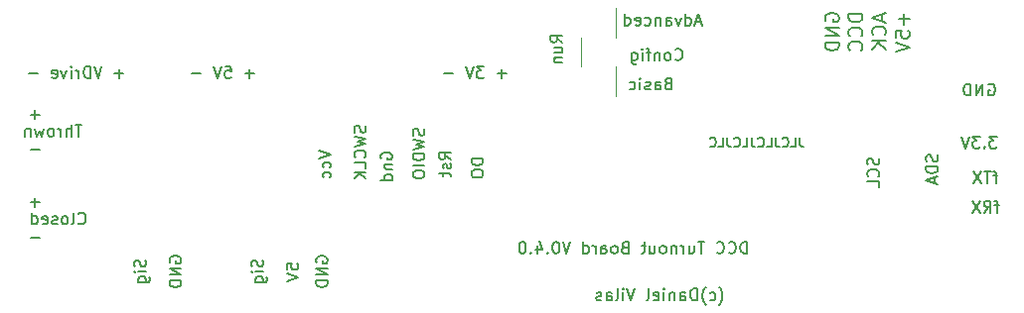
<source format=gbr>
G04 #@! TF.GenerationSoftware,KiCad,Pcbnew,5.1.10-88a1d61d58~90~ubuntu21.04.1*
G04 #@! TF.CreationDate,2021-09-07T11:54:35+02:00*
G04 #@! TF.ProjectId,DccDecoder,44636344-6563-46f6-9465-722e6b696361,rev?*
G04 #@! TF.SameCoordinates,Original*
G04 #@! TF.FileFunction,Legend,Bot*
G04 #@! TF.FilePolarity,Positive*
%FSLAX46Y46*%
G04 Gerber Fmt 4.6, Leading zero omitted, Abs format (unit mm)*
G04 Created by KiCad (PCBNEW 5.1.10-88a1d61d58~90~ubuntu21.04.1) date 2021-09-07 11:54:35*
%MOMM*%
%LPD*%
G01*
G04 APERTURE LIST*
%ADD10C,0.150000*%
%ADD11C,0.120000*%
%ADD12C,0.200000*%
%ADD13O,1.700000X1.700000*%
%ADD14R,1.700000X1.700000*%
%ADD15C,4.700000*%
%ADD16C,2.000000*%
%ADD17R,2.400000X2.400000*%
%ADD18C,2.400000*%
%ADD19O,1.700000X1.950000*%
G04 APERTURE END LIST*
D10*
X94190476Y-62952380D02*
X94190476Y-61952380D01*
X93952380Y-61952380D01*
X93809523Y-62000000D01*
X93714285Y-62095238D01*
X93666666Y-62190476D01*
X93619047Y-62380952D01*
X93619047Y-62523809D01*
X93666666Y-62714285D01*
X93714285Y-62809523D01*
X93809523Y-62904761D01*
X93952380Y-62952380D01*
X94190476Y-62952380D01*
X92619047Y-62857142D02*
X92666666Y-62904761D01*
X92809523Y-62952380D01*
X92904761Y-62952380D01*
X93047619Y-62904761D01*
X93142857Y-62809523D01*
X93190476Y-62714285D01*
X93238095Y-62523809D01*
X93238095Y-62380952D01*
X93190476Y-62190476D01*
X93142857Y-62095238D01*
X93047619Y-62000000D01*
X92904761Y-61952380D01*
X92809523Y-61952380D01*
X92666666Y-62000000D01*
X92619047Y-62047619D01*
X91619047Y-62857142D02*
X91666666Y-62904761D01*
X91809523Y-62952380D01*
X91904761Y-62952380D01*
X92047619Y-62904761D01*
X92142857Y-62809523D01*
X92190476Y-62714285D01*
X92238095Y-62523809D01*
X92238095Y-62380952D01*
X92190476Y-62190476D01*
X92142857Y-62095238D01*
X92047619Y-62000000D01*
X91904761Y-61952380D01*
X91809523Y-61952380D01*
X91666666Y-62000000D01*
X91619047Y-62047619D01*
X90571428Y-61952380D02*
X90000000Y-61952380D01*
X90285714Y-62952380D02*
X90285714Y-61952380D01*
X89238095Y-62285714D02*
X89238095Y-62952380D01*
X89666666Y-62285714D02*
X89666666Y-62809523D01*
X89619047Y-62904761D01*
X89523809Y-62952380D01*
X89380952Y-62952380D01*
X89285714Y-62904761D01*
X89238095Y-62857142D01*
X88761904Y-62952380D02*
X88761904Y-62285714D01*
X88761904Y-62476190D02*
X88714285Y-62380952D01*
X88666666Y-62333333D01*
X88571428Y-62285714D01*
X88476190Y-62285714D01*
X88142857Y-62285714D02*
X88142857Y-62952380D01*
X88142857Y-62380952D02*
X88095238Y-62333333D01*
X88000000Y-62285714D01*
X87857142Y-62285714D01*
X87761904Y-62333333D01*
X87714285Y-62428571D01*
X87714285Y-62952380D01*
X87095238Y-62952380D02*
X87190476Y-62904761D01*
X87238095Y-62857142D01*
X87285714Y-62761904D01*
X87285714Y-62476190D01*
X87238095Y-62380952D01*
X87190476Y-62333333D01*
X87095238Y-62285714D01*
X86952380Y-62285714D01*
X86857142Y-62333333D01*
X86809523Y-62380952D01*
X86761904Y-62476190D01*
X86761904Y-62761904D01*
X86809523Y-62857142D01*
X86857142Y-62904761D01*
X86952380Y-62952380D01*
X87095238Y-62952380D01*
X85904761Y-62285714D02*
X85904761Y-62952380D01*
X86333333Y-62285714D02*
X86333333Y-62809523D01*
X86285714Y-62904761D01*
X86190476Y-62952380D01*
X86047619Y-62952380D01*
X85952380Y-62904761D01*
X85904761Y-62857142D01*
X85571428Y-62285714D02*
X85190476Y-62285714D01*
X85428571Y-61952380D02*
X85428571Y-62809523D01*
X85380952Y-62904761D01*
X85285714Y-62952380D01*
X85190476Y-62952380D01*
X83761904Y-62428571D02*
X83619047Y-62476190D01*
X83571428Y-62523809D01*
X83523809Y-62619047D01*
X83523809Y-62761904D01*
X83571428Y-62857142D01*
X83619047Y-62904761D01*
X83714285Y-62952380D01*
X84095238Y-62952380D01*
X84095238Y-61952380D01*
X83761904Y-61952380D01*
X83666666Y-62000000D01*
X83619047Y-62047619D01*
X83571428Y-62142857D01*
X83571428Y-62238095D01*
X83619047Y-62333333D01*
X83666666Y-62380952D01*
X83761904Y-62428571D01*
X84095238Y-62428571D01*
X82952380Y-62952380D02*
X83047619Y-62904761D01*
X83095238Y-62857142D01*
X83142857Y-62761904D01*
X83142857Y-62476190D01*
X83095238Y-62380952D01*
X83047619Y-62333333D01*
X82952380Y-62285714D01*
X82809523Y-62285714D01*
X82714285Y-62333333D01*
X82666666Y-62380952D01*
X82619047Y-62476190D01*
X82619047Y-62761904D01*
X82666666Y-62857142D01*
X82714285Y-62904761D01*
X82809523Y-62952380D01*
X82952380Y-62952380D01*
X81761904Y-62952380D02*
X81761904Y-62428571D01*
X81809523Y-62333333D01*
X81904761Y-62285714D01*
X82095238Y-62285714D01*
X82190476Y-62333333D01*
X81761904Y-62904761D02*
X81857142Y-62952380D01*
X82095238Y-62952380D01*
X82190476Y-62904761D01*
X82238095Y-62809523D01*
X82238095Y-62714285D01*
X82190476Y-62619047D01*
X82095238Y-62571428D01*
X81857142Y-62571428D01*
X81761904Y-62523809D01*
X81285714Y-62952380D02*
X81285714Y-62285714D01*
X81285714Y-62476190D02*
X81238095Y-62380952D01*
X81190476Y-62333333D01*
X81095238Y-62285714D01*
X81000000Y-62285714D01*
X80238095Y-62952380D02*
X80238095Y-61952380D01*
X80238095Y-62904761D02*
X80333333Y-62952380D01*
X80523809Y-62952380D01*
X80619047Y-62904761D01*
X80666666Y-62857142D01*
X80714285Y-62761904D01*
X80714285Y-62476190D01*
X80666666Y-62380952D01*
X80619047Y-62333333D01*
X80523809Y-62285714D01*
X80333333Y-62285714D01*
X80238095Y-62333333D01*
X79142857Y-61952380D02*
X78809523Y-62952380D01*
X78476190Y-61952380D01*
X77952380Y-61952380D02*
X77857142Y-61952380D01*
X77761904Y-62000000D01*
X77714285Y-62047619D01*
X77666666Y-62142857D01*
X77619047Y-62333333D01*
X77619047Y-62571428D01*
X77666666Y-62761904D01*
X77714285Y-62857142D01*
X77761904Y-62904761D01*
X77857142Y-62952380D01*
X77952380Y-62952380D01*
X78047619Y-62904761D01*
X78095238Y-62857142D01*
X78142857Y-62761904D01*
X78190476Y-62571428D01*
X78190476Y-62333333D01*
X78142857Y-62142857D01*
X78095238Y-62047619D01*
X78047619Y-62000000D01*
X77952380Y-61952380D01*
X77190476Y-62857142D02*
X77142857Y-62904761D01*
X77190476Y-62952380D01*
X77238095Y-62904761D01*
X77190476Y-62857142D01*
X77190476Y-62952380D01*
X76285714Y-62285714D02*
X76285714Y-62952380D01*
X76523809Y-61904761D02*
X76761904Y-62619047D01*
X76142857Y-62619047D01*
X75761904Y-62857142D02*
X75714285Y-62904761D01*
X75761904Y-62952380D01*
X75809523Y-62904761D01*
X75761904Y-62857142D01*
X75761904Y-62952380D01*
X75095238Y-61952380D02*
X75000000Y-61952380D01*
X74904761Y-62000000D01*
X74857142Y-62047619D01*
X74809523Y-62142857D01*
X74761904Y-62333333D01*
X74761904Y-62571428D01*
X74809523Y-62761904D01*
X74857142Y-62857142D01*
X74904761Y-62904761D01*
X75000000Y-62952380D01*
X75095238Y-62952380D01*
X75190476Y-62904761D01*
X75238095Y-62857142D01*
X75285714Y-62761904D01*
X75333333Y-62571428D01*
X75333333Y-62333333D01*
X75285714Y-62142857D01*
X75238095Y-62047619D01*
X75190476Y-62000000D01*
X75095238Y-61952380D01*
X105404761Y-54809523D02*
X105452380Y-54952380D01*
X105452380Y-55190476D01*
X105404761Y-55285714D01*
X105357142Y-55333333D01*
X105261904Y-55380952D01*
X105166666Y-55380952D01*
X105071428Y-55333333D01*
X105023809Y-55285714D01*
X104976190Y-55190476D01*
X104928571Y-55000000D01*
X104880952Y-54904761D01*
X104833333Y-54857142D01*
X104738095Y-54809523D01*
X104642857Y-54809523D01*
X104547619Y-54857142D01*
X104500000Y-54904761D01*
X104452380Y-55000000D01*
X104452380Y-55238095D01*
X104500000Y-55380952D01*
X105357142Y-56380952D02*
X105404761Y-56333333D01*
X105452380Y-56190476D01*
X105452380Y-56095238D01*
X105404761Y-55952380D01*
X105309523Y-55857142D01*
X105214285Y-55809523D01*
X105023809Y-55761904D01*
X104880952Y-55761904D01*
X104690476Y-55809523D01*
X104595238Y-55857142D01*
X104500000Y-55952380D01*
X104452380Y-56095238D01*
X104452380Y-56190476D01*
X104500000Y-56333333D01*
X104547619Y-56380952D01*
X105452380Y-57285714D02*
X105452380Y-56809523D01*
X104452380Y-56809523D01*
X110404761Y-54535714D02*
X110452380Y-54678571D01*
X110452380Y-54916666D01*
X110404761Y-55011904D01*
X110357142Y-55059523D01*
X110261904Y-55107142D01*
X110166666Y-55107142D01*
X110071428Y-55059523D01*
X110023809Y-55011904D01*
X109976190Y-54916666D01*
X109928571Y-54726190D01*
X109880952Y-54630952D01*
X109833333Y-54583333D01*
X109738095Y-54535714D01*
X109642857Y-54535714D01*
X109547619Y-54583333D01*
X109500000Y-54630952D01*
X109452380Y-54726190D01*
X109452380Y-54964285D01*
X109500000Y-55107142D01*
X110452380Y-55535714D02*
X109452380Y-55535714D01*
X109452380Y-55773809D01*
X109500000Y-55916666D01*
X109595238Y-56011904D01*
X109690476Y-56059523D01*
X109880952Y-56107142D01*
X110023809Y-56107142D01*
X110214285Y-56059523D01*
X110309523Y-56011904D01*
X110404761Y-55916666D01*
X110452380Y-55773809D01*
X110452380Y-55535714D01*
X110166666Y-56488095D02*
X110166666Y-56964285D01*
X110452380Y-56392857D02*
X109452380Y-56726190D01*
X110452380Y-57059523D01*
X71702380Y-54835595D02*
X70702380Y-54835595D01*
X70702380Y-55073690D01*
X70750000Y-55216547D01*
X70845238Y-55311785D01*
X70940476Y-55359404D01*
X71130952Y-55407023D01*
X71273809Y-55407023D01*
X71464285Y-55359404D01*
X71559523Y-55311785D01*
X71654761Y-55216547D01*
X71702380Y-55073690D01*
X71702380Y-54835595D01*
X70702380Y-56026071D02*
X70702380Y-56216547D01*
X70750000Y-56311785D01*
X70845238Y-56407023D01*
X71035714Y-56454642D01*
X71369047Y-56454642D01*
X71559523Y-56407023D01*
X71654761Y-56311785D01*
X71702380Y-56216547D01*
X71702380Y-56026071D01*
X71654761Y-55930833D01*
X71559523Y-55835595D01*
X71369047Y-55787976D01*
X71035714Y-55787976D01*
X70845238Y-55835595D01*
X70750000Y-55930833D01*
X70702380Y-56026071D01*
X61654761Y-52037976D02*
X61702380Y-52180833D01*
X61702380Y-52418928D01*
X61654761Y-52514166D01*
X61607142Y-52561785D01*
X61511904Y-52609404D01*
X61416666Y-52609404D01*
X61321428Y-52561785D01*
X61273809Y-52514166D01*
X61226190Y-52418928D01*
X61178571Y-52228452D01*
X61130952Y-52133214D01*
X61083333Y-52085595D01*
X60988095Y-52037976D01*
X60892857Y-52037976D01*
X60797619Y-52085595D01*
X60750000Y-52133214D01*
X60702380Y-52228452D01*
X60702380Y-52466547D01*
X60750000Y-52609404D01*
X60702380Y-52942738D02*
X61702380Y-53180833D01*
X60988095Y-53371309D01*
X61702380Y-53561785D01*
X60702380Y-53799880D01*
X61607142Y-54752261D02*
X61654761Y-54704642D01*
X61702380Y-54561785D01*
X61702380Y-54466547D01*
X61654761Y-54323690D01*
X61559523Y-54228452D01*
X61464285Y-54180833D01*
X61273809Y-54133214D01*
X61130952Y-54133214D01*
X60940476Y-54180833D01*
X60845238Y-54228452D01*
X60750000Y-54323690D01*
X60702380Y-54466547D01*
X60702380Y-54561785D01*
X60750000Y-54704642D01*
X60797619Y-54752261D01*
X61702380Y-55657023D02*
X61702380Y-55180833D01*
X60702380Y-55180833D01*
X61702380Y-55990357D02*
X60702380Y-55990357D01*
X61702380Y-56561785D02*
X61130952Y-56133214D01*
X60702380Y-56561785D02*
X61273809Y-55990357D01*
X66654761Y-52287976D02*
X66702380Y-52430833D01*
X66702380Y-52668928D01*
X66654761Y-52764166D01*
X66607142Y-52811785D01*
X66511904Y-52859404D01*
X66416666Y-52859404D01*
X66321428Y-52811785D01*
X66273809Y-52764166D01*
X66226190Y-52668928D01*
X66178571Y-52478452D01*
X66130952Y-52383214D01*
X66083333Y-52335595D01*
X65988095Y-52287976D01*
X65892857Y-52287976D01*
X65797619Y-52335595D01*
X65750000Y-52383214D01*
X65702380Y-52478452D01*
X65702380Y-52716547D01*
X65750000Y-52859404D01*
X65702380Y-53192738D02*
X66702380Y-53430833D01*
X65988095Y-53621309D01*
X66702380Y-53811785D01*
X65702380Y-54049880D01*
X66702380Y-54430833D02*
X65702380Y-54430833D01*
X65702380Y-54668928D01*
X65750000Y-54811785D01*
X65845238Y-54907023D01*
X65940476Y-54954642D01*
X66130952Y-55002261D01*
X66273809Y-55002261D01*
X66464285Y-54954642D01*
X66559523Y-54907023D01*
X66654761Y-54811785D01*
X66702380Y-54668928D01*
X66702380Y-54430833D01*
X66702380Y-55430833D02*
X65702380Y-55430833D01*
X65702380Y-56097500D02*
X65702380Y-56287976D01*
X65750000Y-56383214D01*
X65845238Y-56478452D01*
X66035714Y-56526071D01*
X66369047Y-56526071D01*
X66559523Y-56478452D01*
X66654761Y-56383214D01*
X66702380Y-56287976D01*
X66702380Y-56097500D01*
X66654761Y-56002261D01*
X66559523Y-55907023D01*
X66369047Y-55859404D01*
X66035714Y-55859404D01*
X65845238Y-55907023D01*
X65750000Y-56002261D01*
X65702380Y-56097500D01*
X68952380Y-54907023D02*
X68476190Y-54573690D01*
X68952380Y-54335595D02*
X67952380Y-54335595D01*
X67952380Y-54716547D01*
X68000000Y-54811785D01*
X68047619Y-54859404D01*
X68142857Y-54907023D01*
X68285714Y-54907023D01*
X68380952Y-54859404D01*
X68428571Y-54811785D01*
X68476190Y-54716547D01*
X68476190Y-54335595D01*
X68904761Y-55287976D02*
X68952380Y-55383214D01*
X68952380Y-55573690D01*
X68904761Y-55668928D01*
X68809523Y-55716547D01*
X68761904Y-55716547D01*
X68666666Y-55668928D01*
X68619047Y-55573690D01*
X68619047Y-55430833D01*
X68571428Y-55335595D01*
X68476190Y-55287976D01*
X68428571Y-55287976D01*
X68333333Y-55335595D01*
X68285714Y-55430833D01*
X68285714Y-55573690D01*
X68333333Y-55668928D01*
X68285714Y-56002261D02*
X68285714Y-56383214D01*
X67952380Y-56145119D02*
X68809523Y-56145119D01*
X68904761Y-56192738D01*
X68952380Y-56287976D01*
X68952380Y-56383214D01*
X63000000Y-54859404D02*
X62952380Y-54764166D01*
X62952380Y-54621309D01*
X63000000Y-54478452D01*
X63095238Y-54383214D01*
X63190476Y-54335595D01*
X63380952Y-54287976D01*
X63523809Y-54287976D01*
X63714285Y-54335595D01*
X63809523Y-54383214D01*
X63904761Y-54478452D01*
X63952380Y-54621309D01*
X63952380Y-54716547D01*
X63904761Y-54859404D01*
X63857142Y-54907023D01*
X63523809Y-54907023D01*
X63523809Y-54716547D01*
X63285714Y-55335595D02*
X63952380Y-55335595D01*
X63380952Y-55335595D02*
X63333333Y-55383214D01*
X63285714Y-55478452D01*
X63285714Y-55621309D01*
X63333333Y-55716547D01*
X63428571Y-55764166D01*
X63952380Y-55764166D01*
X63952380Y-56668928D02*
X62952380Y-56668928D01*
X63904761Y-56668928D02*
X63952380Y-56573690D01*
X63952380Y-56383214D01*
X63904761Y-56287976D01*
X63857142Y-56240357D01*
X63761904Y-56192738D01*
X63476190Y-56192738D01*
X63380952Y-56240357D01*
X63333333Y-56287976D01*
X63285714Y-56383214D01*
X63285714Y-56573690D01*
X63333333Y-56668928D01*
X57702380Y-54192738D02*
X58702380Y-54526071D01*
X57702380Y-54859404D01*
X58654761Y-55621309D02*
X58702380Y-55526071D01*
X58702380Y-55335595D01*
X58654761Y-55240357D01*
X58607142Y-55192738D01*
X58511904Y-55145119D01*
X58226190Y-55145119D01*
X58130952Y-55192738D01*
X58083333Y-55240357D01*
X58035714Y-55335595D01*
X58035714Y-55526071D01*
X58083333Y-55621309D01*
X58654761Y-56478452D02*
X58702380Y-56383214D01*
X58702380Y-56192738D01*
X58654761Y-56097500D01*
X58607142Y-56049880D01*
X58511904Y-56002261D01*
X58226190Y-56002261D01*
X58130952Y-56049880D01*
X58083333Y-56097500D01*
X58035714Y-56192738D01*
X58035714Y-56383214D01*
X58083333Y-56478452D01*
X88071428Y-46357142D02*
X88119047Y-46404761D01*
X88261904Y-46452380D01*
X88357142Y-46452380D01*
X88500000Y-46404761D01*
X88595238Y-46309523D01*
X88642857Y-46214285D01*
X88690476Y-46023809D01*
X88690476Y-45880952D01*
X88642857Y-45690476D01*
X88595238Y-45595238D01*
X88500000Y-45500000D01*
X88357142Y-45452380D01*
X88261904Y-45452380D01*
X88119047Y-45500000D01*
X88071428Y-45547619D01*
X87499999Y-46452380D02*
X87595238Y-46404761D01*
X87642857Y-46357142D01*
X87690476Y-46261904D01*
X87690476Y-45976190D01*
X87642857Y-45880952D01*
X87595238Y-45833333D01*
X87499999Y-45785714D01*
X87357142Y-45785714D01*
X87261904Y-45833333D01*
X87214285Y-45880952D01*
X87166666Y-45976190D01*
X87166666Y-46261904D01*
X87214285Y-46357142D01*
X87261904Y-46404761D01*
X87357142Y-46452380D01*
X87499999Y-46452380D01*
X86738095Y-45785714D02*
X86738095Y-46452380D01*
X86738095Y-45880952D02*
X86690476Y-45833333D01*
X86595238Y-45785714D01*
X86452380Y-45785714D01*
X86357142Y-45833333D01*
X86309523Y-45928571D01*
X86309523Y-46452380D01*
X85976190Y-45785714D02*
X85595238Y-45785714D01*
X85833333Y-46452380D02*
X85833333Y-45595238D01*
X85785714Y-45500000D01*
X85690476Y-45452380D01*
X85595238Y-45452380D01*
X85261904Y-46452380D02*
X85261904Y-45785714D01*
X85261904Y-45452380D02*
X85309523Y-45500000D01*
X85261904Y-45547619D01*
X85214285Y-45500000D01*
X85261904Y-45452380D01*
X85261904Y-45547619D01*
X84357142Y-45785714D02*
X84357142Y-46595238D01*
X84404761Y-46690476D01*
X84452380Y-46738095D01*
X84547619Y-46785714D01*
X84690476Y-46785714D01*
X84785714Y-46738095D01*
X84357142Y-46404761D02*
X84452380Y-46452380D01*
X84642857Y-46452380D01*
X84738095Y-46404761D01*
X84785714Y-46357142D01*
X84833333Y-46261904D01*
X84833333Y-45976190D01*
X84785714Y-45880952D01*
X84738095Y-45833333D01*
X84642857Y-45785714D01*
X84452380Y-45785714D01*
X84357142Y-45833333D01*
X90285714Y-43166666D02*
X89809523Y-43166666D01*
X90380952Y-43452380D02*
X90047619Y-42452380D01*
X89714285Y-43452380D01*
X88952380Y-43452380D02*
X88952380Y-42452380D01*
X88952380Y-43404761D02*
X89047619Y-43452380D01*
X89238095Y-43452380D01*
X89333333Y-43404761D01*
X89380952Y-43357142D01*
X89428571Y-43261904D01*
X89428571Y-42976190D01*
X89380952Y-42880952D01*
X89333333Y-42833333D01*
X89238095Y-42785714D01*
X89047619Y-42785714D01*
X88952380Y-42833333D01*
X88571428Y-42785714D02*
X88333333Y-43452380D01*
X88095238Y-42785714D01*
X87285714Y-43452380D02*
X87285714Y-42928571D01*
X87333333Y-42833333D01*
X87428571Y-42785714D01*
X87619047Y-42785714D01*
X87714285Y-42833333D01*
X87285714Y-43404761D02*
X87380952Y-43452380D01*
X87619047Y-43452380D01*
X87714285Y-43404761D01*
X87761904Y-43309523D01*
X87761904Y-43214285D01*
X87714285Y-43119047D01*
X87619047Y-43071428D01*
X87380952Y-43071428D01*
X87285714Y-43023809D01*
X86809523Y-42785714D02*
X86809523Y-43452380D01*
X86809523Y-42880952D02*
X86761904Y-42833333D01*
X86666666Y-42785714D01*
X86523809Y-42785714D01*
X86428571Y-42833333D01*
X86380952Y-42928571D01*
X86380952Y-43452380D01*
X85476190Y-43404761D02*
X85571428Y-43452380D01*
X85761904Y-43452380D01*
X85857142Y-43404761D01*
X85904761Y-43357142D01*
X85952380Y-43261904D01*
X85952380Y-42976190D01*
X85904761Y-42880952D01*
X85857142Y-42833333D01*
X85761904Y-42785714D01*
X85571428Y-42785714D01*
X85476190Y-42833333D01*
X84666666Y-43404761D02*
X84761904Y-43452380D01*
X84952380Y-43452380D01*
X85047619Y-43404761D01*
X85095238Y-43309523D01*
X85095238Y-42928571D01*
X85047619Y-42833333D01*
X84952380Y-42785714D01*
X84761904Y-42785714D01*
X84666666Y-42833333D01*
X84619047Y-42928571D01*
X84619047Y-43023809D01*
X85095238Y-43119047D01*
X83761904Y-43452380D02*
X83761904Y-42452380D01*
X83761904Y-43404761D02*
X83857142Y-43452380D01*
X84047619Y-43452380D01*
X84142857Y-43404761D01*
X84190476Y-43357142D01*
X84238095Y-43261904D01*
X84238095Y-42976190D01*
X84190476Y-42880952D01*
X84142857Y-42833333D01*
X84047619Y-42785714D01*
X83857142Y-42785714D01*
X83761904Y-42833333D01*
X87452380Y-48428571D02*
X87309523Y-48476190D01*
X87261904Y-48523809D01*
X87214285Y-48619047D01*
X87214285Y-48761904D01*
X87261904Y-48857142D01*
X87309523Y-48904761D01*
X87404761Y-48952380D01*
X87785714Y-48952380D01*
X87785714Y-47952380D01*
X87452380Y-47952380D01*
X87357142Y-48000000D01*
X87309523Y-48047619D01*
X87261904Y-48142857D01*
X87261904Y-48238095D01*
X87309523Y-48333333D01*
X87357142Y-48380952D01*
X87452380Y-48428571D01*
X87785714Y-48428571D01*
X86357142Y-48952380D02*
X86357142Y-48428571D01*
X86404761Y-48333333D01*
X86500000Y-48285714D01*
X86690476Y-48285714D01*
X86785714Y-48333333D01*
X86357142Y-48904761D02*
X86452380Y-48952380D01*
X86690476Y-48952380D01*
X86785714Y-48904761D01*
X86833333Y-48809523D01*
X86833333Y-48714285D01*
X86785714Y-48619047D01*
X86690476Y-48571428D01*
X86452380Y-48571428D01*
X86357142Y-48523809D01*
X85928571Y-48904761D02*
X85833333Y-48952380D01*
X85642857Y-48952380D01*
X85547619Y-48904761D01*
X85500000Y-48809523D01*
X85500000Y-48761904D01*
X85547619Y-48666666D01*
X85642857Y-48619047D01*
X85785714Y-48619047D01*
X85880952Y-48571428D01*
X85928571Y-48476190D01*
X85928571Y-48428571D01*
X85880952Y-48333333D01*
X85785714Y-48285714D01*
X85642857Y-48285714D01*
X85547619Y-48333333D01*
X85071428Y-48952380D02*
X85071428Y-48285714D01*
X85071428Y-47952380D02*
X85119047Y-48000000D01*
X85071428Y-48047619D01*
X85023809Y-48000000D01*
X85071428Y-47952380D01*
X85071428Y-48047619D01*
X84166666Y-48904761D02*
X84261904Y-48952380D01*
X84452380Y-48952380D01*
X84547619Y-48904761D01*
X84595238Y-48857142D01*
X84642857Y-48761904D01*
X84642857Y-48476190D01*
X84595238Y-48380952D01*
X84547619Y-48333333D01*
X84452380Y-48285714D01*
X84261904Y-48285714D01*
X84166666Y-48333333D01*
X78452380Y-44904761D02*
X77976190Y-44571428D01*
X78452380Y-44333333D02*
X77452380Y-44333333D01*
X77452380Y-44714285D01*
X77500000Y-44809523D01*
X77547619Y-44857142D01*
X77642857Y-44904761D01*
X77785714Y-44904761D01*
X77880952Y-44857142D01*
X77928571Y-44809523D01*
X77976190Y-44714285D01*
X77976190Y-44333333D01*
X77785714Y-45761904D02*
X78452380Y-45761904D01*
X77785714Y-45333333D02*
X78309523Y-45333333D01*
X78404761Y-45380952D01*
X78452380Y-45476190D01*
X78452380Y-45619047D01*
X78404761Y-45714285D01*
X78357142Y-45761904D01*
X77785714Y-46238095D02*
X78452380Y-46238095D01*
X77880952Y-46238095D02*
X77833333Y-46285714D01*
X77785714Y-46380952D01*
X77785714Y-46523809D01*
X77833333Y-46619047D01*
X77928571Y-46666666D01*
X78452380Y-46666666D01*
D11*
X83000000Y-47000000D02*
X83000000Y-49500000D01*
X83000000Y-42000000D02*
X83000000Y-44500000D01*
X80000000Y-44500000D02*
X80000000Y-47000000D01*
D10*
X33880952Y-61571428D02*
X33119047Y-61571428D01*
X33880952Y-51071428D02*
X33119047Y-51071428D01*
X33500000Y-51452380D02*
X33500000Y-50690476D01*
X33880952Y-54071428D02*
X33119047Y-54071428D01*
X37476190Y-51952380D02*
X36904761Y-51952380D01*
X37190476Y-52952380D02*
X37190476Y-51952380D01*
X36571428Y-52952380D02*
X36571428Y-51952380D01*
X36142857Y-52952380D02*
X36142857Y-52428571D01*
X36190476Y-52333333D01*
X36285714Y-52285714D01*
X36428571Y-52285714D01*
X36523809Y-52333333D01*
X36571428Y-52380952D01*
X35666666Y-52952380D02*
X35666666Y-52285714D01*
X35666666Y-52476190D02*
X35619047Y-52380952D01*
X35571428Y-52333333D01*
X35476190Y-52285714D01*
X35380952Y-52285714D01*
X34904761Y-52952380D02*
X35000000Y-52904761D01*
X35047619Y-52857142D01*
X35095238Y-52761904D01*
X35095238Y-52476190D01*
X35047619Y-52380952D01*
X35000000Y-52333333D01*
X34904761Y-52285714D01*
X34761904Y-52285714D01*
X34666666Y-52333333D01*
X34619047Y-52380952D01*
X34571428Y-52476190D01*
X34571428Y-52761904D01*
X34619047Y-52857142D01*
X34666666Y-52904761D01*
X34761904Y-52952380D01*
X34904761Y-52952380D01*
X34238095Y-52285714D02*
X34047619Y-52952380D01*
X33857142Y-52476190D01*
X33666666Y-52952380D01*
X33476190Y-52285714D01*
X33095238Y-52285714D02*
X33095238Y-52952380D01*
X33095238Y-52380952D02*
X33047619Y-52333333D01*
X32952380Y-52285714D01*
X32809523Y-52285714D01*
X32714285Y-52333333D01*
X32666666Y-52428571D01*
X32666666Y-52952380D01*
X37190476Y-60357142D02*
X37238095Y-60404761D01*
X37380952Y-60452380D01*
X37476190Y-60452380D01*
X37619047Y-60404761D01*
X37714285Y-60309523D01*
X37761904Y-60214285D01*
X37809523Y-60023809D01*
X37809523Y-59880952D01*
X37761904Y-59690476D01*
X37714285Y-59595238D01*
X37619047Y-59500000D01*
X37476190Y-59452380D01*
X37380952Y-59452380D01*
X37238095Y-59500000D01*
X37190476Y-59547619D01*
X36619047Y-60452380D02*
X36714285Y-60404761D01*
X36761904Y-60309523D01*
X36761904Y-59452380D01*
X36095238Y-60452380D02*
X36190476Y-60404761D01*
X36238095Y-60357142D01*
X36285714Y-60261904D01*
X36285714Y-59976190D01*
X36238095Y-59880952D01*
X36190476Y-59833333D01*
X36095238Y-59785714D01*
X35952380Y-59785714D01*
X35857142Y-59833333D01*
X35809523Y-59880952D01*
X35761904Y-59976190D01*
X35761904Y-60261904D01*
X35809523Y-60357142D01*
X35857142Y-60404761D01*
X35952380Y-60452380D01*
X36095238Y-60452380D01*
X35380952Y-60404761D02*
X35285714Y-60452380D01*
X35095238Y-60452380D01*
X35000000Y-60404761D01*
X34952380Y-60309523D01*
X34952380Y-60261904D01*
X35000000Y-60166666D01*
X35095238Y-60119047D01*
X35238095Y-60119047D01*
X35333333Y-60071428D01*
X35380952Y-59976190D01*
X35380952Y-59928571D01*
X35333333Y-59833333D01*
X35238095Y-59785714D01*
X35095238Y-59785714D01*
X35000000Y-59833333D01*
X34142857Y-60404761D02*
X34238095Y-60452380D01*
X34428571Y-60452380D01*
X34523809Y-60404761D01*
X34571428Y-60309523D01*
X34571428Y-59928571D01*
X34523809Y-59833333D01*
X34428571Y-59785714D01*
X34238095Y-59785714D01*
X34142857Y-59833333D01*
X34095238Y-59928571D01*
X34095238Y-60023809D01*
X34571428Y-60119047D01*
X33238095Y-60452380D02*
X33238095Y-59452380D01*
X33238095Y-60404761D02*
X33333333Y-60452380D01*
X33523809Y-60452380D01*
X33619047Y-60404761D01*
X33666666Y-60357142D01*
X33714285Y-60261904D01*
X33714285Y-59976190D01*
X33666666Y-59880952D01*
X33619047Y-59833333D01*
X33523809Y-59785714D01*
X33333333Y-59785714D01*
X33238095Y-59833333D01*
X33880952Y-58571428D02*
X33119047Y-58571428D01*
X33500000Y-58952380D02*
X33500000Y-58190476D01*
X45000000Y-63738095D02*
X44952380Y-63642857D01*
X44952380Y-63500000D01*
X45000000Y-63357142D01*
X45095238Y-63261904D01*
X45190476Y-63214285D01*
X45380952Y-63166666D01*
X45523809Y-63166666D01*
X45714285Y-63214285D01*
X45809523Y-63261904D01*
X45904761Y-63357142D01*
X45952380Y-63500000D01*
X45952380Y-63595238D01*
X45904761Y-63738095D01*
X45857142Y-63785714D01*
X45523809Y-63785714D01*
X45523809Y-63595238D01*
X45952380Y-64214285D02*
X44952380Y-64214285D01*
X45952380Y-64785714D01*
X44952380Y-64785714D01*
X45952380Y-65261904D02*
X44952380Y-65261904D01*
X44952380Y-65500000D01*
X45000000Y-65642857D01*
X45095238Y-65738095D01*
X45190476Y-65785714D01*
X45380952Y-65833333D01*
X45523809Y-65833333D01*
X45714285Y-65785714D01*
X45809523Y-65738095D01*
X45904761Y-65642857D01*
X45952380Y-65500000D01*
X45952380Y-65261904D01*
X42904761Y-63523809D02*
X42952380Y-63666666D01*
X42952380Y-63904761D01*
X42904761Y-64000000D01*
X42857142Y-64047619D01*
X42761904Y-64095238D01*
X42666666Y-64095238D01*
X42571428Y-64047619D01*
X42523809Y-64000000D01*
X42476190Y-63904761D01*
X42428571Y-63714285D01*
X42380952Y-63619047D01*
X42333333Y-63571428D01*
X42238095Y-63523809D01*
X42142857Y-63523809D01*
X42047619Y-63571428D01*
X42000000Y-63619047D01*
X41952380Y-63714285D01*
X41952380Y-63952380D01*
X42000000Y-64095238D01*
X42952380Y-64523809D02*
X42285714Y-64523809D01*
X41952380Y-64523809D02*
X42000000Y-64476190D01*
X42047619Y-64523809D01*
X42000000Y-64571428D01*
X41952380Y-64523809D01*
X42047619Y-64523809D01*
X42285714Y-65428571D02*
X43095238Y-65428571D01*
X43190476Y-65380952D01*
X43238095Y-65333333D01*
X43285714Y-65238095D01*
X43285714Y-65095238D01*
X43238095Y-65000000D01*
X42904761Y-65428571D02*
X42952380Y-65333333D01*
X42952380Y-65142857D01*
X42904761Y-65047619D01*
X42857142Y-65000000D01*
X42761904Y-64952380D01*
X42476190Y-64952380D01*
X42380952Y-65000000D01*
X42333333Y-65047619D01*
X42285714Y-65142857D01*
X42285714Y-65333333D01*
X42333333Y-65428571D01*
X52904761Y-63523809D02*
X52952380Y-63666666D01*
X52952380Y-63904761D01*
X52904761Y-64000000D01*
X52857142Y-64047619D01*
X52761904Y-64095238D01*
X52666666Y-64095238D01*
X52571428Y-64047619D01*
X52523809Y-64000000D01*
X52476190Y-63904761D01*
X52428571Y-63714285D01*
X52380952Y-63619047D01*
X52333333Y-63571428D01*
X52238095Y-63523809D01*
X52142857Y-63523809D01*
X52047619Y-63571428D01*
X52000000Y-63619047D01*
X51952380Y-63714285D01*
X51952380Y-63952380D01*
X52000000Y-64095238D01*
X52952380Y-64523809D02*
X52285714Y-64523809D01*
X51952380Y-64523809D02*
X52000000Y-64476190D01*
X52047619Y-64523809D01*
X52000000Y-64571428D01*
X51952380Y-64523809D01*
X52047619Y-64523809D01*
X52285714Y-65428571D02*
X53095238Y-65428571D01*
X53190476Y-65380952D01*
X53238095Y-65333333D01*
X53285714Y-65238095D01*
X53285714Y-65095238D01*
X53238095Y-65000000D01*
X52904761Y-65428571D02*
X52952380Y-65333333D01*
X52952380Y-65142857D01*
X52904761Y-65047619D01*
X52857142Y-65000000D01*
X52761904Y-64952380D01*
X52476190Y-64952380D01*
X52380952Y-65000000D01*
X52333333Y-65047619D01*
X52285714Y-65142857D01*
X52285714Y-65333333D01*
X52333333Y-65428571D01*
X54952380Y-64309523D02*
X54952380Y-63833333D01*
X55428571Y-63785714D01*
X55380952Y-63833333D01*
X55333333Y-63928571D01*
X55333333Y-64166666D01*
X55380952Y-64261904D01*
X55428571Y-64309523D01*
X55523809Y-64357142D01*
X55761904Y-64357142D01*
X55857142Y-64309523D01*
X55904761Y-64261904D01*
X55952380Y-64166666D01*
X55952380Y-63928571D01*
X55904761Y-63833333D01*
X55857142Y-63785714D01*
X54952380Y-64642857D02*
X55952380Y-64976190D01*
X54952380Y-65309523D01*
X57500000Y-63738095D02*
X57452380Y-63642857D01*
X57452380Y-63500000D01*
X57500000Y-63357142D01*
X57595238Y-63261904D01*
X57690476Y-63214285D01*
X57880952Y-63166666D01*
X58023809Y-63166666D01*
X58214285Y-63214285D01*
X58309523Y-63261904D01*
X58404761Y-63357142D01*
X58452380Y-63500000D01*
X58452380Y-63595238D01*
X58404761Y-63738095D01*
X58357142Y-63785714D01*
X58023809Y-63785714D01*
X58023809Y-63595238D01*
X58452380Y-64214285D02*
X57452380Y-64214285D01*
X58452380Y-64785714D01*
X57452380Y-64785714D01*
X58452380Y-65261904D02*
X57452380Y-65261904D01*
X57452380Y-65500000D01*
X57500000Y-65642857D01*
X57595238Y-65738095D01*
X57690476Y-65785714D01*
X57880952Y-65833333D01*
X58023809Y-65833333D01*
X58214285Y-65785714D01*
X58309523Y-65738095D01*
X58404761Y-65642857D01*
X58452380Y-65500000D01*
X58452380Y-65261904D01*
X91821428Y-67333333D02*
X91869047Y-67285714D01*
X91964285Y-67142857D01*
X92011904Y-67047619D01*
X92059523Y-66904761D01*
X92107142Y-66666666D01*
X92107142Y-66476190D01*
X92059523Y-66238095D01*
X92011904Y-66095238D01*
X91964285Y-66000000D01*
X91869047Y-65857142D01*
X91821428Y-65809523D01*
X91011904Y-66904761D02*
X91107142Y-66952380D01*
X91297619Y-66952380D01*
X91392857Y-66904761D01*
X91440476Y-66857142D01*
X91488095Y-66761904D01*
X91488095Y-66476190D01*
X91440476Y-66380952D01*
X91392857Y-66333333D01*
X91297619Y-66285714D01*
X91107142Y-66285714D01*
X91011904Y-66333333D01*
X90678571Y-67333333D02*
X90630952Y-67285714D01*
X90535714Y-67142857D01*
X90488095Y-67047619D01*
X90440476Y-66904761D01*
X90392857Y-66666666D01*
X90392857Y-66476190D01*
X90440476Y-66238095D01*
X90488095Y-66095238D01*
X90535714Y-66000000D01*
X90630952Y-65857142D01*
X90678571Y-65809523D01*
X89916666Y-66952380D02*
X89916666Y-65952380D01*
X89678571Y-65952380D01*
X89535714Y-66000000D01*
X89440476Y-66095238D01*
X89392857Y-66190476D01*
X89345238Y-66380952D01*
X89345238Y-66523809D01*
X89392857Y-66714285D01*
X89440476Y-66809523D01*
X89535714Y-66904761D01*
X89678571Y-66952380D01*
X89916666Y-66952380D01*
X88488095Y-66952380D02*
X88488095Y-66428571D01*
X88535714Y-66333333D01*
X88630952Y-66285714D01*
X88821428Y-66285714D01*
X88916666Y-66333333D01*
X88488095Y-66904761D02*
X88583333Y-66952380D01*
X88821428Y-66952380D01*
X88916666Y-66904761D01*
X88964285Y-66809523D01*
X88964285Y-66714285D01*
X88916666Y-66619047D01*
X88821428Y-66571428D01*
X88583333Y-66571428D01*
X88488095Y-66523809D01*
X88011904Y-66285714D02*
X88011904Y-66952380D01*
X88011904Y-66380952D02*
X87964285Y-66333333D01*
X87869047Y-66285714D01*
X87726190Y-66285714D01*
X87630952Y-66333333D01*
X87583333Y-66428571D01*
X87583333Y-66952380D01*
X87107142Y-66952380D02*
X87107142Y-66285714D01*
X87107142Y-65952380D02*
X87154761Y-66000000D01*
X87107142Y-66047619D01*
X87059523Y-66000000D01*
X87107142Y-65952380D01*
X87107142Y-66047619D01*
X86250000Y-66904761D02*
X86345238Y-66952380D01*
X86535714Y-66952380D01*
X86630952Y-66904761D01*
X86678571Y-66809523D01*
X86678571Y-66428571D01*
X86630952Y-66333333D01*
X86535714Y-66285714D01*
X86345238Y-66285714D01*
X86250000Y-66333333D01*
X86202380Y-66428571D01*
X86202380Y-66523809D01*
X86678571Y-66619047D01*
X85630952Y-66952380D02*
X85726190Y-66904761D01*
X85773809Y-66809523D01*
X85773809Y-65952380D01*
X84630952Y-65952380D02*
X84297619Y-66952380D01*
X83964285Y-65952380D01*
X83630952Y-66952380D02*
X83630952Y-66285714D01*
X83630952Y-65952380D02*
X83678571Y-66000000D01*
X83630952Y-66047619D01*
X83583333Y-66000000D01*
X83630952Y-65952380D01*
X83630952Y-66047619D01*
X83011904Y-66952380D02*
X83107142Y-66904761D01*
X83154761Y-66809523D01*
X83154761Y-65952380D01*
X82202380Y-66952380D02*
X82202380Y-66428571D01*
X82250000Y-66333333D01*
X82345238Y-66285714D01*
X82535714Y-66285714D01*
X82630952Y-66333333D01*
X82202380Y-66904761D02*
X82297619Y-66952380D01*
X82535714Y-66952380D01*
X82630952Y-66904761D01*
X82678571Y-66809523D01*
X82678571Y-66714285D01*
X82630952Y-66619047D01*
X82535714Y-66571428D01*
X82297619Y-66571428D01*
X82202380Y-66523809D01*
X81773809Y-66904761D02*
X81678571Y-66952380D01*
X81488095Y-66952380D01*
X81392857Y-66904761D01*
X81345238Y-66809523D01*
X81345238Y-66761904D01*
X81392857Y-66666666D01*
X81488095Y-66619047D01*
X81630952Y-66619047D01*
X81726190Y-66571428D01*
X81773809Y-66476190D01*
X81773809Y-66428571D01*
X81726190Y-66333333D01*
X81630952Y-66285714D01*
X81488095Y-66285714D01*
X81392857Y-66333333D01*
X114761904Y-48500000D02*
X114857142Y-48452380D01*
X115000000Y-48452380D01*
X115142857Y-48500000D01*
X115238095Y-48595238D01*
X115285714Y-48690476D01*
X115333333Y-48880952D01*
X115333333Y-49023809D01*
X115285714Y-49214285D01*
X115238095Y-49309523D01*
X115142857Y-49404761D01*
X115000000Y-49452380D01*
X114904761Y-49452380D01*
X114761904Y-49404761D01*
X114714285Y-49357142D01*
X114714285Y-49023809D01*
X114904761Y-49023809D01*
X114285714Y-49452380D02*
X114285714Y-48452380D01*
X113714285Y-49452380D01*
X113714285Y-48452380D01*
X113238095Y-49452380D02*
X113238095Y-48452380D01*
X113000000Y-48452380D01*
X112857142Y-48500000D01*
X112761904Y-48595238D01*
X112714285Y-48690476D01*
X112666666Y-48880952D01*
X112666666Y-49023809D01*
X112714285Y-49214285D01*
X112761904Y-49309523D01*
X112857142Y-49404761D01*
X113000000Y-49452380D01*
X113238095Y-49452380D01*
X115476190Y-52952380D02*
X114857142Y-52952380D01*
X115190476Y-53333333D01*
X115047619Y-53333333D01*
X114952380Y-53380952D01*
X114904761Y-53428571D01*
X114857142Y-53523809D01*
X114857142Y-53761904D01*
X114904761Y-53857142D01*
X114952380Y-53904761D01*
X115047619Y-53952380D01*
X115333333Y-53952380D01*
X115428571Y-53904761D01*
X115476190Y-53857142D01*
X114428571Y-53857142D02*
X114380952Y-53904761D01*
X114428571Y-53952380D01*
X114476190Y-53904761D01*
X114428571Y-53857142D01*
X114428571Y-53952380D01*
X114047619Y-52952380D02*
X113428571Y-52952380D01*
X113761904Y-53333333D01*
X113619047Y-53333333D01*
X113523809Y-53380952D01*
X113476190Y-53428571D01*
X113428571Y-53523809D01*
X113428571Y-53761904D01*
X113476190Y-53857142D01*
X113523809Y-53904761D01*
X113619047Y-53952380D01*
X113904761Y-53952380D01*
X114000000Y-53904761D01*
X114047619Y-53857142D01*
X113142857Y-52952380D02*
X112809523Y-53952380D01*
X112476190Y-52952380D01*
X115666666Y-58785714D02*
X115285714Y-58785714D01*
X115523809Y-59452380D02*
X115523809Y-58595238D01*
X115476190Y-58500000D01*
X115380952Y-58452380D01*
X115285714Y-58452380D01*
X114380952Y-59452380D02*
X114714285Y-58976190D01*
X114952380Y-59452380D02*
X114952380Y-58452380D01*
X114571428Y-58452380D01*
X114476190Y-58500000D01*
X114428571Y-58547619D01*
X114380952Y-58642857D01*
X114380952Y-58785714D01*
X114428571Y-58880952D01*
X114476190Y-58928571D01*
X114571428Y-58976190D01*
X114952380Y-58976190D01*
X114047619Y-58452380D02*
X113380952Y-59452380D01*
X113380952Y-58452380D02*
X114047619Y-59452380D01*
X115547619Y-56285714D02*
X115166666Y-56285714D01*
X115404761Y-56952380D02*
X115404761Y-56095238D01*
X115357142Y-56000000D01*
X115261904Y-55952380D01*
X115166666Y-55952380D01*
X114976190Y-55952380D02*
X114404761Y-55952380D01*
X114690476Y-56952380D02*
X114690476Y-55952380D01*
X114166666Y-55952380D02*
X113500000Y-56952380D01*
X113500000Y-55952380D02*
X114166666Y-56952380D01*
D12*
X100900000Y-43085714D02*
X100842857Y-42971428D01*
X100842857Y-42800000D01*
X100900000Y-42628571D01*
X101014285Y-42514285D01*
X101128571Y-42457142D01*
X101357142Y-42400000D01*
X101528571Y-42400000D01*
X101757142Y-42457142D01*
X101871428Y-42514285D01*
X101985714Y-42628571D01*
X102042857Y-42800000D01*
X102042857Y-42914285D01*
X101985714Y-43085714D01*
X101928571Y-43142857D01*
X101528571Y-43142857D01*
X101528571Y-42914285D01*
X102042857Y-43657142D02*
X100842857Y-43657142D01*
X102042857Y-44342857D01*
X100842857Y-44342857D01*
X102042857Y-44914285D02*
X100842857Y-44914285D01*
X100842857Y-45200000D01*
X100900000Y-45371428D01*
X101014285Y-45485714D01*
X101128571Y-45542857D01*
X101357142Y-45600000D01*
X101528571Y-45600000D01*
X101757142Y-45542857D01*
X101871428Y-45485714D01*
X101985714Y-45371428D01*
X102042857Y-45200000D01*
X102042857Y-44914285D01*
X104042857Y-42485714D02*
X102842857Y-42485714D01*
X102842857Y-42771428D01*
X102900000Y-42942857D01*
X103014285Y-43057142D01*
X103128571Y-43114285D01*
X103357142Y-43171428D01*
X103528571Y-43171428D01*
X103757142Y-43114285D01*
X103871428Y-43057142D01*
X103985714Y-42942857D01*
X104042857Y-42771428D01*
X104042857Y-42485714D01*
X103928571Y-44371428D02*
X103985714Y-44314285D01*
X104042857Y-44142857D01*
X104042857Y-44028571D01*
X103985714Y-43857142D01*
X103871428Y-43742857D01*
X103757142Y-43685714D01*
X103528571Y-43628571D01*
X103357142Y-43628571D01*
X103128571Y-43685714D01*
X103014285Y-43742857D01*
X102900000Y-43857142D01*
X102842857Y-44028571D01*
X102842857Y-44142857D01*
X102900000Y-44314285D01*
X102957142Y-44371428D01*
X103928571Y-45571428D02*
X103985714Y-45514285D01*
X104042857Y-45342857D01*
X104042857Y-45228571D01*
X103985714Y-45057142D01*
X103871428Y-44942857D01*
X103757142Y-44885714D01*
X103528571Y-44828571D01*
X103357142Y-44828571D01*
X103128571Y-44885714D01*
X103014285Y-44942857D01*
X102900000Y-45057142D01*
X102842857Y-45228571D01*
X102842857Y-45342857D01*
X102900000Y-45514285D01*
X102957142Y-45571428D01*
X105700000Y-42514285D02*
X105700000Y-43085714D01*
X106042857Y-42400000D02*
X104842857Y-42800000D01*
X106042857Y-43200000D01*
X105928571Y-44285714D02*
X105985714Y-44228571D01*
X106042857Y-44057142D01*
X106042857Y-43942857D01*
X105985714Y-43771428D01*
X105871428Y-43657142D01*
X105757142Y-43600000D01*
X105528571Y-43542857D01*
X105357142Y-43542857D01*
X105128571Y-43600000D01*
X105014285Y-43657142D01*
X104900000Y-43771428D01*
X104842857Y-43942857D01*
X104842857Y-44057142D01*
X104900000Y-44228571D01*
X104957142Y-44285714D01*
X106042857Y-44800000D02*
X104842857Y-44800000D01*
X106042857Y-45485714D02*
X105357142Y-44971428D01*
X104842857Y-45485714D02*
X105528571Y-44800000D01*
X107585714Y-42457142D02*
X107585714Y-43371428D01*
X108042857Y-42914285D02*
X107128571Y-42914285D01*
X106842857Y-44514285D02*
X106842857Y-43942857D01*
X107414285Y-43885714D01*
X107357142Y-43942857D01*
X107300000Y-44057142D01*
X107300000Y-44342857D01*
X107357142Y-44457142D01*
X107414285Y-44514285D01*
X107528571Y-44571428D01*
X107814285Y-44571428D01*
X107928571Y-44514285D01*
X107985714Y-44457142D01*
X108042857Y-44342857D01*
X108042857Y-44057142D01*
X107985714Y-43942857D01*
X107928571Y-43885714D01*
X106842857Y-44914285D02*
X108042857Y-45314285D01*
X106842857Y-45714285D01*
D10*
X52166666Y-47571428D02*
X51404761Y-47571428D01*
X51785714Y-47952380D02*
X51785714Y-47190476D01*
X49690476Y-46952380D02*
X50166666Y-46952380D01*
X50214285Y-47428571D01*
X50166666Y-47380952D01*
X50071428Y-47333333D01*
X49833333Y-47333333D01*
X49738095Y-47380952D01*
X49690476Y-47428571D01*
X49642857Y-47523809D01*
X49642857Y-47761904D01*
X49690476Y-47857142D01*
X49738095Y-47904761D01*
X49833333Y-47952380D01*
X50071428Y-47952380D01*
X50166666Y-47904761D01*
X50214285Y-47857142D01*
X49357142Y-46952380D02*
X49023809Y-47952380D01*
X48690476Y-46952380D01*
X47595238Y-47571428D02*
X46833333Y-47571428D01*
X98695238Y-53061904D02*
X98695238Y-53633333D01*
X98733333Y-53747619D01*
X98809523Y-53823809D01*
X98923809Y-53861904D01*
X99000000Y-53861904D01*
X97933333Y-53861904D02*
X98314285Y-53861904D01*
X98314285Y-53061904D01*
X97209523Y-53785714D02*
X97247619Y-53823809D01*
X97361904Y-53861904D01*
X97438095Y-53861904D01*
X97552380Y-53823809D01*
X97628571Y-53747619D01*
X97666666Y-53671428D01*
X97704761Y-53519047D01*
X97704761Y-53404761D01*
X97666666Y-53252380D01*
X97628571Y-53176190D01*
X97552380Y-53100000D01*
X97438095Y-53061904D01*
X97361904Y-53061904D01*
X97247619Y-53100000D01*
X97209523Y-53138095D01*
X96638095Y-53061904D02*
X96638095Y-53633333D01*
X96676190Y-53747619D01*
X96752380Y-53823809D01*
X96866666Y-53861904D01*
X96942857Y-53861904D01*
X95876190Y-53861904D02*
X96257142Y-53861904D01*
X96257142Y-53061904D01*
X95152380Y-53785714D02*
X95190476Y-53823809D01*
X95304761Y-53861904D01*
X95380952Y-53861904D01*
X95495238Y-53823809D01*
X95571428Y-53747619D01*
X95609523Y-53671428D01*
X95647619Y-53519047D01*
X95647619Y-53404761D01*
X95609523Y-53252380D01*
X95571428Y-53176190D01*
X95495238Y-53100000D01*
X95380952Y-53061904D01*
X95304761Y-53061904D01*
X95190476Y-53100000D01*
X95152380Y-53138095D01*
X94580952Y-53061904D02*
X94580952Y-53633333D01*
X94619047Y-53747619D01*
X94695238Y-53823809D01*
X94809523Y-53861904D01*
X94885714Y-53861904D01*
X93819047Y-53861904D02*
X94200000Y-53861904D01*
X94200000Y-53061904D01*
X93095238Y-53785714D02*
X93133333Y-53823809D01*
X93247619Y-53861904D01*
X93323809Y-53861904D01*
X93438095Y-53823809D01*
X93514285Y-53747619D01*
X93552380Y-53671428D01*
X93590476Y-53519047D01*
X93590476Y-53404761D01*
X93552380Y-53252380D01*
X93514285Y-53176190D01*
X93438095Y-53100000D01*
X93323809Y-53061904D01*
X93247619Y-53061904D01*
X93133333Y-53100000D01*
X93095238Y-53138095D01*
X92523809Y-53061904D02*
X92523809Y-53633333D01*
X92561904Y-53747619D01*
X92638095Y-53823809D01*
X92752380Y-53861904D01*
X92828571Y-53861904D01*
X91761904Y-53861904D02*
X92142857Y-53861904D01*
X92142857Y-53061904D01*
X91038095Y-53785714D02*
X91076190Y-53823809D01*
X91190476Y-53861904D01*
X91266666Y-53861904D01*
X91380952Y-53823809D01*
X91457142Y-53747619D01*
X91495238Y-53671428D01*
X91533333Y-53519047D01*
X91533333Y-53404761D01*
X91495238Y-53252380D01*
X91457142Y-53176190D01*
X91380952Y-53100000D01*
X91266666Y-53061904D01*
X91190476Y-53061904D01*
X91076190Y-53100000D01*
X91038095Y-53138095D01*
X73666666Y-47571428D02*
X72904761Y-47571428D01*
X73285714Y-47952380D02*
X73285714Y-47190476D01*
X71761904Y-46952380D02*
X71142857Y-46952380D01*
X71476190Y-47333333D01*
X71333333Y-47333333D01*
X71238095Y-47380952D01*
X71190476Y-47428571D01*
X71142857Y-47523809D01*
X71142857Y-47761904D01*
X71190476Y-47857142D01*
X71238095Y-47904761D01*
X71333333Y-47952380D01*
X71619047Y-47952380D01*
X71714285Y-47904761D01*
X71761904Y-47857142D01*
X70857142Y-46952380D02*
X70523809Y-47952380D01*
X70190476Y-46952380D01*
X69095238Y-47571428D02*
X68333333Y-47571428D01*
X41047619Y-47571428D02*
X40285714Y-47571428D01*
X40666666Y-47952380D02*
X40666666Y-47190476D01*
X39190476Y-46952380D02*
X38857142Y-47952380D01*
X38523809Y-46952380D01*
X38190476Y-47952380D02*
X38190476Y-46952380D01*
X37952380Y-46952380D01*
X37809523Y-47000000D01*
X37714285Y-47095238D01*
X37666666Y-47190476D01*
X37619047Y-47380952D01*
X37619047Y-47523809D01*
X37666666Y-47714285D01*
X37714285Y-47809523D01*
X37809523Y-47904761D01*
X37952380Y-47952380D01*
X38190476Y-47952380D01*
X37190476Y-47952380D02*
X37190476Y-47285714D01*
X37190476Y-47476190D02*
X37142857Y-47380952D01*
X37095238Y-47333333D01*
X37000000Y-47285714D01*
X36904761Y-47285714D01*
X36571428Y-47952380D02*
X36571428Y-47285714D01*
X36571428Y-46952380D02*
X36619047Y-47000000D01*
X36571428Y-47047619D01*
X36523809Y-47000000D01*
X36571428Y-46952380D01*
X36571428Y-47047619D01*
X36190476Y-47285714D02*
X35952380Y-47952380D01*
X35714285Y-47285714D01*
X34952380Y-47904761D02*
X35047619Y-47952380D01*
X35238095Y-47952380D01*
X35333333Y-47904761D01*
X35380952Y-47809523D01*
X35380952Y-47428571D01*
X35333333Y-47333333D01*
X35238095Y-47285714D01*
X35047619Y-47285714D01*
X34952380Y-47333333D01*
X34904761Y-47428571D01*
X34904761Y-47523809D01*
X35380952Y-47619047D01*
X33714285Y-47571428D02*
X32952380Y-47571428D01*
%LPC*%
D13*
X81500000Y-41880000D03*
X81500000Y-44420000D03*
X81500000Y-46960000D03*
D14*
X81500000Y-49500000D03*
D13*
X45540000Y-67500000D03*
D14*
X43000000Y-67500000D03*
D13*
X57540000Y-67500000D03*
X55000000Y-67500000D03*
D14*
X52460000Y-67500000D03*
D13*
X31000000Y-61040000D03*
D14*
X31000000Y-58500000D03*
D13*
X30995000Y-53755000D03*
D14*
X30995000Y-51215000D03*
X110000000Y-58500000D03*
D13*
X107460000Y-58500000D03*
X104920000Y-58500000D03*
X117500000Y-48800000D03*
X117500000Y-51340000D03*
X117500000Y-53880000D03*
X117500000Y-56420000D03*
X117500000Y-58960000D03*
D14*
X117500000Y-61500000D03*
X58500000Y-58500000D03*
D13*
X61040000Y-58500000D03*
X63580000Y-58500000D03*
X66120000Y-58500000D03*
X68660000Y-58500000D03*
X71200000Y-58500000D03*
D15*
X116000000Y-66000000D03*
X29000000Y-66000000D03*
X29000000Y-44000000D03*
X116000000Y-44000000D03*
D16*
X104000000Y-67500000D03*
X104000000Y-63000000D03*
X110500000Y-67500000D03*
X110500000Y-63000000D03*
D17*
X39000000Y-45000000D03*
D18*
X35500000Y-45000000D03*
D17*
X73000000Y-45000000D03*
D18*
X69500000Y-45000000D03*
D17*
X51500000Y-45000000D03*
D18*
X48000000Y-45000000D03*
D19*
X101000000Y-48000000D03*
X103500000Y-48000000D03*
X106000000Y-48000000D03*
G36*
G01*
X109350000Y-47275000D02*
X109350000Y-48725000D01*
G75*
G02*
X109100000Y-48975000I-250000J0D01*
G01*
X107900000Y-48975000D01*
G75*
G02*
X107650000Y-48725000I0J250000D01*
G01*
X107650000Y-47275000D01*
G75*
G02*
X107900000Y-47025000I250000J0D01*
G01*
X109100000Y-47025000D01*
G75*
G02*
X109350000Y-47275000I0J-250000D01*
G01*
G37*
M02*

</source>
